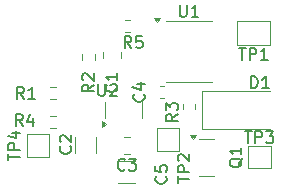
<source format=gbr>
%TF.GenerationSoftware,KiCad,Pcbnew,9.0.1*%
%TF.CreationDate,2025-06-02T23:11:02-07:00*%
%TF.ProjectId,vmon,766d6f6e-2e6b-4696-9361-645f70636258,rev?*%
%TF.SameCoordinates,PXe4e1c0PY121eac0*%
%TF.FileFunction,Legend,Top*%
%TF.FilePolarity,Positive*%
%FSLAX46Y46*%
G04 Gerber Fmt 4.6, Leading zero omitted, Abs format (unit mm)*
G04 Created by KiCad (PCBNEW 9.0.1) date 2025-06-02 23:11:02*
%MOMM*%
%LPD*%
G01*
G04 APERTURE LIST*
%ADD10C,0.150000*%
%ADD11C,0.120000*%
G04 APERTURE END LIST*
D10*
X8033333Y-8554819D02*
X7700000Y-8078628D01*
X7461905Y-8554819D02*
X7461905Y-7554819D01*
X7461905Y-7554819D02*
X7842857Y-7554819D01*
X7842857Y-7554819D02*
X7938095Y-7602438D01*
X7938095Y-7602438D02*
X7985714Y-7650057D01*
X7985714Y-7650057D02*
X8033333Y-7745295D01*
X8033333Y-7745295D02*
X8033333Y-7888152D01*
X8033333Y-7888152D02*
X7985714Y-7983390D01*
X7985714Y-7983390D02*
X7938095Y-8031009D01*
X7938095Y-8031009D02*
X7842857Y-8078628D01*
X7842857Y-8078628D02*
X7461905Y-8078628D01*
X8985714Y-8554819D02*
X8414286Y-8554819D01*
X8700000Y-8554819D02*
X8700000Y-7554819D01*
X8700000Y-7554819D02*
X8604762Y-7697676D01*
X8604762Y-7697676D02*
X8509524Y-7792914D01*
X8509524Y-7792914D02*
X8414286Y-7840533D01*
X20059580Y-15116666D02*
X20107200Y-15164285D01*
X20107200Y-15164285D02*
X20154819Y-15307142D01*
X20154819Y-15307142D02*
X20154819Y-15402380D01*
X20154819Y-15402380D02*
X20107200Y-15545237D01*
X20107200Y-15545237D02*
X20011961Y-15640475D01*
X20011961Y-15640475D02*
X19916723Y-15688094D01*
X19916723Y-15688094D02*
X19726247Y-15735713D01*
X19726247Y-15735713D02*
X19583390Y-15735713D01*
X19583390Y-15735713D02*
X19392914Y-15688094D01*
X19392914Y-15688094D02*
X19297676Y-15640475D01*
X19297676Y-15640475D02*
X19202438Y-15545237D01*
X19202438Y-15545237D02*
X19154819Y-15402380D01*
X19154819Y-15402380D02*
X19154819Y-15307142D01*
X19154819Y-15307142D02*
X19202438Y-15164285D01*
X19202438Y-15164285D02*
X19250057Y-15116666D01*
X19154819Y-14211904D02*
X19154819Y-14688094D01*
X19154819Y-14688094D02*
X19631009Y-14735713D01*
X19631009Y-14735713D02*
X19583390Y-14688094D01*
X19583390Y-14688094D02*
X19535771Y-14592856D01*
X19535771Y-14592856D02*
X19535771Y-14354761D01*
X19535771Y-14354761D02*
X19583390Y-14259523D01*
X19583390Y-14259523D02*
X19631009Y-14211904D01*
X19631009Y-14211904D02*
X19726247Y-14164285D01*
X19726247Y-14164285D02*
X19964342Y-14164285D01*
X19964342Y-14164285D02*
X20059580Y-14211904D01*
X20059580Y-14211904D02*
X20107200Y-14259523D01*
X20107200Y-14259523D02*
X20154819Y-14354761D01*
X20154819Y-14354761D02*
X20154819Y-14592856D01*
X20154819Y-14592856D02*
X20107200Y-14688094D01*
X20107200Y-14688094D02*
X20059580Y-14735713D01*
X17133333Y-4254819D02*
X16800000Y-3778628D01*
X16561905Y-4254819D02*
X16561905Y-3254819D01*
X16561905Y-3254819D02*
X16942857Y-3254819D01*
X16942857Y-3254819D02*
X17038095Y-3302438D01*
X17038095Y-3302438D02*
X17085714Y-3350057D01*
X17085714Y-3350057D02*
X17133333Y-3445295D01*
X17133333Y-3445295D02*
X17133333Y-3588152D01*
X17133333Y-3588152D02*
X17085714Y-3683390D01*
X17085714Y-3683390D02*
X17038095Y-3731009D01*
X17038095Y-3731009D02*
X16942857Y-3778628D01*
X16942857Y-3778628D02*
X16561905Y-3778628D01*
X18038095Y-3254819D02*
X17561905Y-3254819D01*
X17561905Y-3254819D02*
X17514286Y-3731009D01*
X17514286Y-3731009D02*
X17561905Y-3683390D01*
X17561905Y-3683390D02*
X17657143Y-3635771D01*
X17657143Y-3635771D02*
X17895238Y-3635771D01*
X17895238Y-3635771D02*
X17990476Y-3683390D01*
X17990476Y-3683390D02*
X18038095Y-3731009D01*
X18038095Y-3731009D02*
X18085714Y-3826247D01*
X18085714Y-3826247D02*
X18085714Y-4064342D01*
X18085714Y-4064342D02*
X18038095Y-4159580D01*
X18038095Y-4159580D02*
X17990476Y-4207200D01*
X17990476Y-4207200D02*
X17895238Y-4254819D01*
X17895238Y-4254819D02*
X17657143Y-4254819D01*
X17657143Y-4254819D02*
X17561905Y-4207200D01*
X17561905Y-4207200D02*
X17514286Y-4159580D01*
X27261905Y-7654819D02*
X27261905Y-6654819D01*
X27261905Y-6654819D02*
X27500000Y-6654819D01*
X27500000Y-6654819D02*
X27642857Y-6702438D01*
X27642857Y-6702438D02*
X27738095Y-6797676D01*
X27738095Y-6797676D02*
X27785714Y-6892914D01*
X27785714Y-6892914D02*
X27833333Y-7083390D01*
X27833333Y-7083390D02*
X27833333Y-7226247D01*
X27833333Y-7226247D02*
X27785714Y-7416723D01*
X27785714Y-7416723D02*
X27738095Y-7511961D01*
X27738095Y-7511961D02*
X27642857Y-7607200D01*
X27642857Y-7607200D02*
X27500000Y-7654819D01*
X27500000Y-7654819D02*
X27261905Y-7654819D01*
X28785714Y-7654819D02*
X28214286Y-7654819D01*
X28500000Y-7654819D02*
X28500000Y-6654819D01*
X28500000Y-6654819D02*
X28404762Y-6797676D01*
X28404762Y-6797676D02*
X28309524Y-6892914D01*
X28309524Y-6892914D02*
X28214286Y-6940533D01*
X14338095Y-7304819D02*
X14338095Y-8114342D01*
X14338095Y-8114342D02*
X14385714Y-8209580D01*
X14385714Y-8209580D02*
X14433333Y-8257200D01*
X14433333Y-8257200D02*
X14528571Y-8304819D01*
X14528571Y-8304819D02*
X14719047Y-8304819D01*
X14719047Y-8304819D02*
X14814285Y-8257200D01*
X14814285Y-8257200D02*
X14861904Y-8209580D01*
X14861904Y-8209580D02*
X14909523Y-8114342D01*
X14909523Y-8114342D02*
X14909523Y-7304819D01*
X15338095Y-7400057D02*
X15385714Y-7352438D01*
X15385714Y-7352438D02*
X15480952Y-7304819D01*
X15480952Y-7304819D02*
X15719047Y-7304819D01*
X15719047Y-7304819D02*
X15814285Y-7352438D01*
X15814285Y-7352438D02*
X15861904Y-7400057D01*
X15861904Y-7400057D02*
X15909523Y-7495295D01*
X15909523Y-7495295D02*
X15909523Y-7590533D01*
X15909523Y-7590533D02*
X15861904Y-7733390D01*
X15861904Y-7733390D02*
X15290476Y-8304819D01*
X15290476Y-8304819D02*
X15909523Y-8304819D01*
X21238095Y-604819D02*
X21238095Y-1414342D01*
X21238095Y-1414342D02*
X21285714Y-1509580D01*
X21285714Y-1509580D02*
X21333333Y-1557200D01*
X21333333Y-1557200D02*
X21428571Y-1604819D01*
X21428571Y-1604819D02*
X21619047Y-1604819D01*
X21619047Y-1604819D02*
X21714285Y-1557200D01*
X21714285Y-1557200D02*
X21761904Y-1509580D01*
X21761904Y-1509580D02*
X21809523Y-1414342D01*
X21809523Y-1414342D02*
X21809523Y-604819D01*
X22809523Y-1604819D02*
X22238095Y-1604819D01*
X22523809Y-1604819D02*
X22523809Y-604819D01*
X22523809Y-604819D02*
X22428571Y-747676D01*
X22428571Y-747676D02*
X22333333Y-842914D01*
X22333333Y-842914D02*
X22238095Y-890533D01*
X13954819Y-7366666D02*
X13478628Y-7699999D01*
X13954819Y-7938094D02*
X12954819Y-7938094D01*
X12954819Y-7938094D02*
X12954819Y-7557142D01*
X12954819Y-7557142D02*
X13002438Y-7461904D01*
X13002438Y-7461904D02*
X13050057Y-7414285D01*
X13050057Y-7414285D02*
X13145295Y-7366666D01*
X13145295Y-7366666D02*
X13288152Y-7366666D01*
X13288152Y-7366666D02*
X13383390Y-7414285D01*
X13383390Y-7414285D02*
X13431009Y-7461904D01*
X13431009Y-7461904D02*
X13478628Y-7557142D01*
X13478628Y-7557142D02*
X13478628Y-7938094D01*
X13050057Y-6985713D02*
X13002438Y-6938094D01*
X13002438Y-6938094D02*
X12954819Y-6842856D01*
X12954819Y-6842856D02*
X12954819Y-6604761D01*
X12954819Y-6604761D02*
X13002438Y-6509523D01*
X13002438Y-6509523D02*
X13050057Y-6461904D01*
X13050057Y-6461904D02*
X13145295Y-6414285D01*
X13145295Y-6414285D02*
X13240533Y-6414285D01*
X13240533Y-6414285D02*
X13383390Y-6461904D01*
X13383390Y-6461904D02*
X13954819Y-7033332D01*
X13954819Y-7033332D02*
X13954819Y-6414285D01*
X7933333Y-10854819D02*
X7600000Y-10378628D01*
X7361905Y-10854819D02*
X7361905Y-9854819D01*
X7361905Y-9854819D02*
X7742857Y-9854819D01*
X7742857Y-9854819D02*
X7838095Y-9902438D01*
X7838095Y-9902438D02*
X7885714Y-9950057D01*
X7885714Y-9950057D02*
X7933333Y-10045295D01*
X7933333Y-10045295D02*
X7933333Y-10188152D01*
X7933333Y-10188152D02*
X7885714Y-10283390D01*
X7885714Y-10283390D02*
X7838095Y-10331009D01*
X7838095Y-10331009D02*
X7742857Y-10378628D01*
X7742857Y-10378628D02*
X7361905Y-10378628D01*
X8790476Y-10188152D02*
X8790476Y-10854819D01*
X8552381Y-9807200D02*
X8314286Y-10521485D01*
X8314286Y-10521485D02*
X8933333Y-10521485D01*
X15859580Y-7366666D02*
X15907200Y-7414285D01*
X15907200Y-7414285D02*
X15954819Y-7557142D01*
X15954819Y-7557142D02*
X15954819Y-7652380D01*
X15954819Y-7652380D02*
X15907200Y-7795237D01*
X15907200Y-7795237D02*
X15811961Y-7890475D01*
X15811961Y-7890475D02*
X15716723Y-7938094D01*
X15716723Y-7938094D02*
X15526247Y-7985713D01*
X15526247Y-7985713D02*
X15383390Y-7985713D01*
X15383390Y-7985713D02*
X15192914Y-7938094D01*
X15192914Y-7938094D02*
X15097676Y-7890475D01*
X15097676Y-7890475D02*
X15002438Y-7795237D01*
X15002438Y-7795237D02*
X14954819Y-7652380D01*
X14954819Y-7652380D02*
X14954819Y-7557142D01*
X14954819Y-7557142D02*
X15002438Y-7414285D01*
X15002438Y-7414285D02*
X15050057Y-7366666D01*
X15954819Y-6414285D02*
X15954819Y-6985713D01*
X15954819Y-6699999D02*
X14954819Y-6699999D01*
X14954819Y-6699999D02*
X15097676Y-6795237D01*
X15097676Y-6795237D02*
X15192914Y-6890475D01*
X15192914Y-6890475D02*
X15240533Y-6985713D01*
X26238095Y-4254819D02*
X26809523Y-4254819D01*
X26523809Y-5254819D02*
X26523809Y-4254819D01*
X27142857Y-5254819D02*
X27142857Y-4254819D01*
X27142857Y-4254819D02*
X27523809Y-4254819D01*
X27523809Y-4254819D02*
X27619047Y-4302438D01*
X27619047Y-4302438D02*
X27666666Y-4350057D01*
X27666666Y-4350057D02*
X27714285Y-4445295D01*
X27714285Y-4445295D02*
X27714285Y-4588152D01*
X27714285Y-4588152D02*
X27666666Y-4683390D01*
X27666666Y-4683390D02*
X27619047Y-4731009D01*
X27619047Y-4731009D02*
X27523809Y-4778628D01*
X27523809Y-4778628D02*
X27142857Y-4778628D01*
X28666666Y-5254819D02*
X28095238Y-5254819D01*
X28380952Y-5254819D02*
X28380952Y-4254819D01*
X28380952Y-4254819D02*
X28285714Y-4397676D01*
X28285714Y-4397676D02*
X28190476Y-4492914D01*
X28190476Y-4492914D02*
X28095238Y-4540533D01*
X18184580Y-8166666D02*
X18232200Y-8214285D01*
X18232200Y-8214285D02*
X18279819Y-8357142D01*
X18279819Y-8357142D02*
X18279819Y-8452380D01*
X18279819Y-8452380D02*
X18232200Y-8595237D01*
X18232200Y-8595237D02*
X18136961Y-8690475D01*
X18136961Y-8690475D02*
X18041723Y-8738094D01*
X18041723Y-8738094D02*
X17851247Y-8785713D01*
X17851247Y-8785713D02*
X17708390Y-8785713D01*
X17708390Y-8785713D02*
X17517914Y-8738094D01*
X17517914Y-8738094D02*
X17422676Y-8690475D01*
X17422676Y-8690475D02*
X17327438Y-8595237D01*
X17327438Y-8595237D02*
X17279819Y-8452380D01*
X17279819Y-8452380D02*
X17279819Y-8357142D01*
X17279819Y-8357142D02*
X17327438Y-8214285D01*
X17327438Y-8214285D02*
X17375057Y-8166666D01*
X17613152Y-7309523D02*
X18279819Y-7309523D01*
X17232200Y-7547618D02*
X17946485Y-7785713D01*
X17946485Y-7785713D02*
X17946485Y-7166666D01*
X6704819Y-13761904D02*
X6704819Y-13190476D01*
X7704819Y-13476190D02*
X6704819Y-13476190D01*
X7704819Y-12857142D02*
X6704819Y-12857142D01*
X6704819Y-12857142D02*
X6704819Y-12476190D01*
X6704819Y-12476190D02*
X6752438Y-12380952D01*
X6752438Y-12380952D02*
X6800057Y-12333333D01*
X6800057Y-12333333D02*
X6895295Y-12285714D01*
X6895295Y-12285714D02*
X7038152Y-12285714D01*
X7038152Y-12285714D02*
X7133390Y-12333333D01*
X7133390Y-12333333D02*
X7181009Y-12380952D01*
X7181009Y-12380952D02*
X7228628Y-12476190D01*
X7228628Y-12476190D02*
X7228628Y-12857142D01*
X7038152Y-11428571D02*
X7704819Y-11428571D01*
X6657200Y-11666666D02*
X7371485Y-11904761D01*
X7371485Y-11904761D02*
X7371485Y-11285714D01*
X21054819Y-15661904D02*
X21054819Y-15090476D01*
X22054819Y-15376190D02*
X21054819Y-15376190D01*
X22054819Y-14757142D02*
X21054819Y-14757142D01*
X21054819Y-14757142D02*
X21054819Y-14376190D01*
X21054819Y-14376190D02*
X21102438Y-14280952D01*
X21102438Y-14280952D02*
X21150057Y-14233333D01*
X21150057Y-14233333D02*
X21245295Y-14185714D01*
X21245295Y-14185714D02*
X21388152Y-14185714D01*
X21388152Y-14185714D02*
X21483390Y-14233333D01*
X21483390Y-14233333D02*
X21531009Y-14280952D01*
X21531009Y-14280952D02*
X21578628Y-14376190D01*
X21578628Y-14376190D02*
X21578628Y-14757142D01*
X21150057Y-13804761D02*
X21102438Y-13757142D01*
X21102438Y-13757142D02*
X21054819Y-13661904D01*
X21054819Y-13661904D02*
X21054819Y-13423809D01*
X21054819Y-13423809D02*
X21102438Y-13328571D01*
X21102438Y-13328571D02*
X21150057Y-13280952D01*
X21150057Y-13280952D02*
X21245295Y-13233333D01*
X21245295Y-13233333D02*
X21340533Y-13233333D01*
X21340533Y-13233333D02*
X21483390Y-13280952D01*
X21483390Y-13280952D02*
X22054819Y-13852380D01*
X22054819Y-13852380D02*
X22054819Y-13233333D01*
X26738095Y-11306819D02*
X27309523Y-11306819D01*
X27023809Y-12306819D02*
X27023809Y-11306819D01*
X27642857Y-12306819D02*
X27642857Y-11306819D01*
X27642857Y-11306819D02*
X28023809Y-11306819D01*
X28023809Y-11306819D02*
X28119047Y-11354438D01*
X28119047Y-11354438D02*
X28166666Y-11402057D01*
X28166666Y-11402057D02*
X28214285Y-11497295D01*
X28214285Y-11497295D02*
X28214285Y-11640152D01*
X28214285Y-11640152D02*
X28166666Y-11735390D01*
X28166666Y-11735390D02*
X28119047Y-11783009D01*
X28119047Y-11783009D02*
X28023809Y-11830628D01*
X28023809Y-11830628D02*
X27642857Y-11830628D01*
X28547619Y-11306819D02*
X29166666Y-11306819D01*
X29166666Y-11306819D02*
X28833333Y-11687771D01*
X28833333Y-11687771D02*
X28976190Y-11687771D01*
X28976190Y-11687771D02*
X29071428Y-11735390D01*
X29071428Y-11735390D02*
X29119047Y-11783009D01*
X29119047Y-11783009D02*
X29166666Y-11878247D01*
X29166666Y-11878247D02*
X29166666Y-12116342D01*
X29166666Y-12116342D02*
X29119047Y-12211580D01*
X29119047Y-12211580D02*
X29071428Y-12259200D01*
X29071428Y-12259200D02*
X28976190Y-12306819D01*
X28976190Y-12306819D02*
X28690476Y-12306819D01*
X28690476Y-12306819D02*
X28595238Y-12259200D01*
X28595238Y-12259200D02*
X28547619Y-12211580D01*
X26550057Y-13595238D02*
X26502438Y-13690476D01*
X26502438Y-13690476D02*
X26407200Y-13785714D01*
X26407200Y-13785714D02*
X26264342Y-13928571D01*
X26264342Y-13928571D02*
X26216723Y-14023809D01*
X26216723Y-14023809D02*
X26216723Y-14119047D01*
X26454819Y-14071428D02*
X26407200Y-14166666D01*
X26407200Y-14166666D02*
X26311961Y-14261904D01*
X26311961Y-14261904D02*
X26121485Y-14309523D01*
X26121485Y-14309523D02*
X25788152Y-14309523D01*
X25788152Y-14309523D02*
X25597676Y-14261904D01*
X25597676Y-14261904D02*
X25502438Y-14166666D01*
X25502438Y-14166666D02*
X25454819Y-14071428D01*
X25454819Y-14071428D02*
X25454819Y-13880952D01*
X25454819Y-13880952D02*
X25502438Y-13785714D01*
X25502438Y-13785714D02*
X25597676Y-13690476D01*
X25597676Y-13690476D02*
X25788152Y-13642857D01*
X25788152Y-13642857D02*
X26121485Y-13642857D01*
X26121485Y-13642857D02*
X26311961Y-13690476D01*
X26311961Y-13690476D02*
X26407200Y-13785714D01*
X26407200Y-13785714D02*
X26454819Y-13880952D01*
X26454819Y-13880952D02*
X26454819Y-14071428D01*
X26454819Y-12690476D02*
X26454819Y-13261904D01*
X26454819Y-12976190D02*
X25454819Y-12976190D01*
X25454819Y-12976190D02*
X25597676Y-13071428D01*
X25597676Y-13071428D02*
X25692914Y-13166666D01*
X25692914Y-13166666D02*
X25740533Y-13261904D01*
X16583333Y-14539580D02*
X16535714Y-14587200D01*
X16535714Y-14587200D02*
X16392857Y-14634819D01*
X16392857Y-14634819D02*
X16297619Y-14634819D01*
X16297619Y-14634819D02*
X16154762Y-14587200D01*
X16154762Y-14587200D02*
X16059524Y-14491961D01*
X16059524Y-14491961D02*
X16011905Y-14396723D01*
X16011905Y-14396723D02*
X15964286Y-14206247D01*
X15964286Y-14206247D02*
X15964286Y-14063390D01*
X15964286Y-14063390D02*
X16011905Y-13872914D01*
X16011905Y-13872914D02*
X16059524Y-13777676D01*
X16059524Y-13777676D02*
X16154762Y-13682438D01*
X16154762Y-13682438D02*
X16297619Y-13634819D01*
X16297619Y-13634819D02*
X16392857Y-13634819D01*
X16392857Y-13634819D02*
X16535714Y-13682438D01*
X16535714Y-13682438D02*
X16583333Y-13730057D01*
X16916667Y-13634819D02*
X17535714Y-13634819D01*
X17535714Y-13634819D02*
X17202381Y-14015771D01*
X17202381Y-14015771D02*
X17345238Y-14015771D01*
X17345238Y-14015771D02*
X17440476Y-14063390D01*
X17440476Y-14063390D02*
X17488095Y-14111009D01*
X17488095Y-14111009D02*
X17535714Y-14206247D01*
X17535714Y-14206247D02*
X17535714Y-14444342D01*
X17535714Y-14444342D02*
X17488095Y-14539580D01*
X17488095Y-14539580D02*
X17440476Y-14587200D01*
X17440476Y-14587200D02*
X17345238Y-14634819D01*
X17345238Y-14634819D02*
X17059524Y-14634819D01*
X17059524Y-14634819D02*
X16964286Y-14587200D01*
X16964286Y-14587200D02*
X16916667Y-14539580D01*
X11959580Y-12579166D02*
X12007200Y-12626785D01*
X12007200Y-12626785D02*
X12054819Y-12769642D01*
X12054819Y-12769642D02*
X12054819Y-12864880D01*
X12054819Y-12864880D02*
X12007200Y-13007737D01*
X12007200Y-13007737D02*
X11911961Y-13102975D01*
X11911961Y-13102975D02*
X11816723Y-13150594D01*
X11816723Y-13150594D02*
X11626247Y-13198213D01*
X11626247Y-13198213D02*
X11483390Y-13198213D01*
X11483390Y-13198213D02*
X11292914Y-13150594D01*
X11292914Y-13150594D02*
X11197676Y-13102975D01*
X11197676Y-13102975D02*
X11102438Y-13007737D01*
X11102438Y-13007737D02*
X11054819Y-12864880D01*
X11054819Y-12864880D02*
X11054819Y-12769642D01*
X11054819Y-12769642D02*
X11102438Y-12626785D01*
X11102438Y-12626785D02*
X11150057Y-12579166D01*
X11150057Y-12198213D02*
X11102438Y-12150594D01*
X11102438Y-12150594D02*
X11054819Y-12055356D01*
X11054819Y-12055356D02*
X11054819Y-11817261D01*
X11054819Y-11817261D02*
X11102438Y-11722023D01*
X11102438Y-11722023D02*
X11150057Y-11674404D01*
X11150057Y-11674404D02*
X11245295Y-11626785D01*
X11245295Y-11626785D02*
X11340533Y-11626785D01*
X11340533Y-11626785D02*
X11483390Y-11674404D01*
X11483390Y-11674404D02*
X12054819Y-12245832D01*
X12054819Y-12245832D02*
X12054819Y-11626785D01*
X21054819Y-9866666D02*
X20578628Y-10199999D01*
X21054819Y-10438094D02*
X20054819Y-10438094D01*
X20054819Y-10438094D02*
X20054819Y-10057142D01*
X20054819Y-10057142D02*
X20102438Y-9961904D01*
X20102438Y-9961904D02*
X20150057Y-9914285D01*
X20150057Y-9914285D02*
X20245295Y-9866666D01*
X20245295Y-9866666D02*
X20388152Y-9866666D01*
X20388152Y-9866666D02*
X20483390Y-9914285D01*
X20483390Y-9914285D02*
X20531009Y-9961904D01*
X20531009Y-9961904D02*
X20578628Y-10057142D01*
X20578628Y-10057142D02*
X20578628Y-10438094D01*
X20054819Y-9533332D02*
X20054819Y-8914285D01*
X20054819Y-8914285D02*
X20435771Y-9247618D01*
X20435771Y-9247618D02*
X20435771Y-9104761D01*
X20435771Y-9104761D02*
X20483390Y-9009523D01*
X20483390Y-9009523D02*
X20531009Y-8961904D01*
X20531009Y-8961904D02*
X20626247Y-8914285D01*
X20626247Y-8914285D02*
X20864342Y-8914285D01*
X20864342Y-8914285D02*
X20959580Y-8961904D01*
X20959580Y-8961904D02*
X21007200Y-9009523D01*
X21007200Y-9009523D02*
X21054819Y-9104761D01*
X21054819Y-9104761D02*
X21054819Y-9390475D01*
X21054819Y-9390475D02*
X21007200Y-9485713D01*
X21007200Y-9485713D02*
X20959580Y-9533332D01*
D11*
%TO.C,R1*%
X10262742Y-7527500D02*
X10737258Y-7527500D01*
X10262742Y-8572500D02*
X10737258Y-8572500D01*
%TO.C,C5*%
X17461252Y-13840000D02*
X16038748Y-13840000D01*
X17461252Y-15660000D02*
X16038748Y-15660000D01*
%TO.C,R5*%
X17062258Y-1877500D02*
X16587742Y-1877500D01*
X17062258Y-2922500D02*
X16587742Y-2922500D01*
%TO.C,D1*%
X23090000Y-7890000D02*
X23090000Y-11110000D01*
X23090000Y-11110000D02*
X28900000Y-11110000D01*
X28900000Y-7890000D02*
X23090000Y-7890000D01*
%TO.C,U2*%
X14940000Y-9500000D02*
X14940000Y-8850000D01*
X14940000Y-9500000D02*
X14940000Y-10150000D01*
X18060000Y-9500000D02*
X18060000Y-8850000D01*
X18060000Y-9500000D02*
X18060000Y-10150000D01*
X14990000Y-10662500D02*
X14660000Y-10902500D01*
X14660000Y-10422500D01*
X14990000Y-10662500D01*
G36*
X14990000Y-10662500D02*
G01*
X14660000Y-10902500D01*
X14660000Y-10422500D01*
X14990000Y-10662500D01*
G37*
%TO.C,U1*%
X22000000Y-1990000D02*
X20050000Y-1990000D01*
X22000000Y-1990000D02*
X23950000Y-1990000D01*
X22000000Y-7110000D02*
X20050000Y-7110000D01*
X22000000Y-7110000D02*
X23950000Y-7110000D01*
X19300000Y-2085000D02*
X19060000Y-1755000D01*
X19540000Y-1755000D01*
X19300000Y-2085000D01*
G36*
X19300000Y-2085000D02*
G01*
X19060000Y-1755000D01*
X19540000Y-1755000D01*
X19300000Y-2085000D01*
G37*
%TO.C,R2*%
X12977500Y-5237258D02*
X12977500Y-4762742D01*
X14022500Y-5237258D02*
X14022500Y-4762742D01*
%TO.C,R4*%
X10262742Y-9977500D02*
X10737258Y-9977500D01*
X10262742Y-11022500D02*
X10737258Y-11022500D01*
%TO.C,C1*%
X14765000Y-5098752D02*
X14765000Y-4576248D01*
X16235000Y-5098752D02*
X16235000Y-4576248D01*
%TO.C,TP1*%
X26100000Y-2000000D02*
X28900000Y-2000000D01*
X26100000Y-4000000D02*
X26100000Y-2000000D01*
X28900000Y-2000000D02*
X28900000Y-4000000D01*
X28900000Y-4000000D02*
X26100000Y-4000000D01*
%TO.C,C4*%
X19584420Y-7490000D02*
X19865580Y-7490000D01*
X19584420Y-8510000D02*
X19865580Y-8510000D01*
%TO.C,TP4*%
X8300000Y-11550000D02*
X10200000Y-11550000D01*
X8300000Y-13450000D02*
X8300000Y-11550000D01*
X10200000Y-11550000D02*
X10200000Y-13450000D01*
X10200000Y-13450000D02*
X8300000Y-13450000D01*
%TO.C,TP2*%
X19300000Y-11050000D02*
X21200000Y-11050000D01*
X19300000Y-12950000D02*
X19300000Y-11050000D01*
X21200000Y-11050000D02*
X21200000Y-12950000D01*
X21200000Y-12950000D02*
X19300000Y-12950000D01*
%TO.C,TP3*%
X27050000Y-12550000D02*
X28950000Y-12550000D01*
X27050000Y-14450000D02*
X27050000Y-12550000D01*
X28950000Y-12550000D02*
X28950000Y-14450000D01*
X28950000Y-14450000D02*
X27050000Y-14450000D01*
%TO.C,Q1*%
X23500000Y-11940000D02*
X22850000Y-11940000D01*
X23500000Y-11940000D02*
X24150000Y-11940000D01*
X23500000Y-15060000D02*
X22850000Y-15060000D01*
X23500000Y-15060000D02*
X24150000Y-15060000D01*
X22337500Y-11990000D02*
X22097500Y-11660000D01*
X22577500Y-11660000D01*
X22337500Y-11990000D01*
G36*
X22337500Y-11990000D02*
G01*
X22097500Y-11660000D01*
X22577500Y-11660000D01*
X22337500Y-11990000D01*
G37*
%TO.C,C3*%
X17011252Y-11765000D02*
X16488748Y-11765000D01*
X17011252Y-13235000D02*
X16488748Y-13235000D01*
%TO.C,C2*%
X12340000Y-11763748D02*
X12340000Y-13186252D01*
X14160000Y-11763748D02*
X14160000Y-13186252D01*
%TO.C,R3*%
X21477500Y-8962742D02*
X21477500Y-9437258D01*
X22522500Y-8962742D02*
X22522500Y-9437258D01*
%TD*%
M02*

</source>
